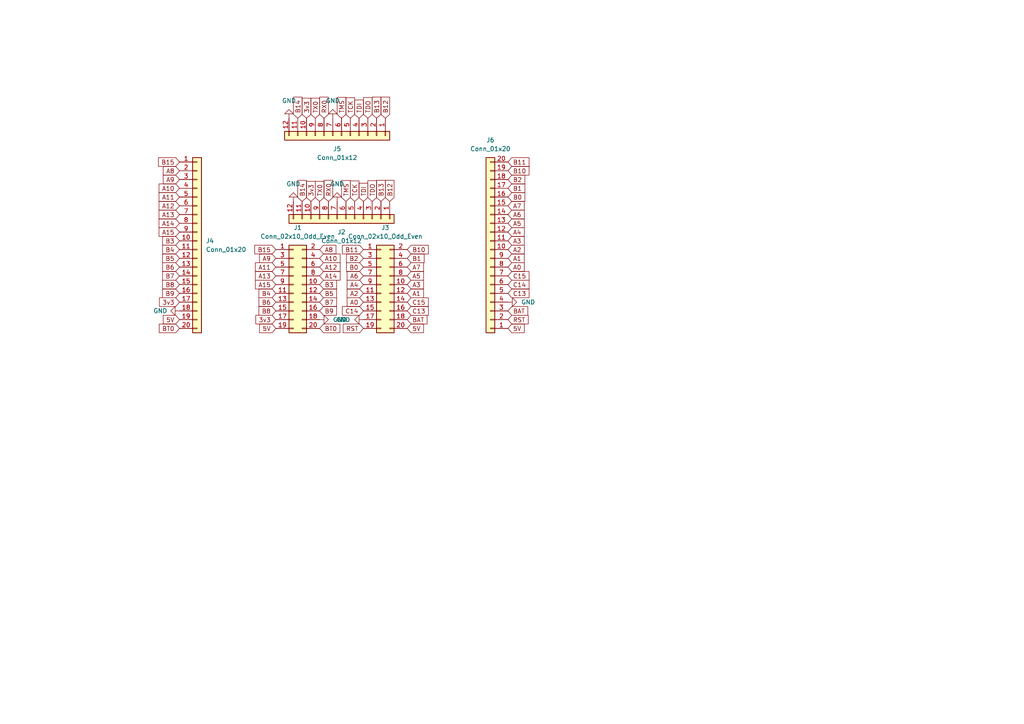
<source format=kicad_sch>
(kicad_sch (version 20211123) (generator eeschema)
  (paper "A4")
  (lib_symbols
    (symbol "Connector_Generic:Conn_01x12" (pin_names (offset 1.016) hide)
      (property "Reference" "J" (at 0 15.24 0))
      (property "Value" "Conn_01x12" (at 0 -17.78 0))
      (symbol "Conn_01x12_1_1"
        (rectangle (start -1.27 -15.113) (end 0 -15.367) (stroke (width 0.1524)))
        (rectangle (start -1.27 -12.573) (end 0 -12.827) (stroke (width 0.1524)))
        (rectangle (start -1.27 -10.033) (end 0 -10.287) (stroke (width 0.1524)))
        (rectangle (start -1.27 -7.493) (end 0 -7.747) (stroke (width 0.1524)))
        (rectangle (start -1.27 -4.953) (end 0 -5.207) (stroke (width 0.1524)))
        (rectangle (start -1.27 -2.413) (end 0 -2.667) (stroke (width 0.1524)))
        (rectangle (start -1.27 0.127) (end 0 -0.127) (stroke (width 0.1524)))
        (rectangle (start -1.27 2.667) (end 0 2.413) (stroke (width 0.1524)))
        (rectangle (start -1.27 5.207) (end 0 4.953) (stroke (width 0.1524)))
        (rectangle (start -1.27 7.747) (end 0 7.493) (stroke (width 0.1524)))
        (rectangle (start -1.27 10.287) (end 0 10.033) (stroke (width 0.1524)))
        (rectangle (start -1.27 12.827) (end 0 12.573) (stroke (width 0.1524)))
        (rectangle (start -1.27 13.97) (end 1.27 -16.51) (stroke (width 0.254)) (fill (type background)))
        (pin passive line (at -5.08 12.7 0) (length 3.81) (name "Pin_1") (number "1"))
        (pin passive line (at -5.08 -10.16 0) (length 3.81) (name "Pin_10") (number "10"))
        (pin passive line (at -5.08 -12.7 0) (length 3.81) (name "Pin_11") (number "11"))
        (pin passive line (at -5.08 -15.24 0) (length 3.81) (name "Pin_12") (number "12"))
        (pin passive line (at -5.08 10.16 0) (length 3.81) (name "Pin_2") (number "2"))
        (pin passive line (at -5.08 7.62 0) (length 3.81) (name "Pin_3") (number "3"))
        (pin passive line (at -5.08 5.08 0) (length 3.81) (name "Pin_4") (number "4"))
        (pin passive line (at -5.08 2.54 0) (length 3.81) (name "Pin_5") (number "5"))
        (pin passive line (at -5.08 0 0) (length 3.81) (name "Pin_6") (number "6"))
        (pin passive line (at -5.08 -2.54 0) (length 3.81) (name "Pin_7") (number "7"))
        (pin passive line (at -5.08 -5.08 0) (length 3.81) (name "Pin_8") (number "8"))
        (pin passive line (at -5.08 -7.62 0) (length 3.81) (name "Pin_9") (number "9"))
      )
    )
    (symbol "Connector_Generic:Conn_01x20" (pin_names (offset 1.016) hide)
      (property "Reference" "J" (at 0 25.4 0))
      (property "Value" "Conn_01x20" (at 0 -27.94 0))
      (symbol "Conn_01x20_1_1"
        (rectangle (start -1.27 -25.273) (end 0 -25.527) (stroke (width 0.1524)))
        (rectangle (start -1.27 -22.733) (end 0 -22.987) (stroke (width 0.1524)))
        (rectangle (start -1.27 -20.193) (end 0 -20.447) (stroke (width 0.1524)))
        (rectangle (start -1.27 -17.653) (end 0 -17.907) (stroke (width 0.1524)))
        (rectangle (start -1.27 -15.113) (end 0 -15.367) (stroke (width 0.1524)))
        (rectangle (start -1.27 -12.573) (end 0 -12.827) (stroke (width 0.1524)))
        (rectangle (start -1.27 -10.033) (end 0 -10.287) (stroke (width 0.1524)))
        (rectangle (start -1.27 -7.493) (end 0 -7.747) (stroke (width 0.1524)))
        (rectangle (start -1.27 -4.953) (end 0 -5.207) (stroke (width 0.1524)))
        (rectangle (start -1.27 -2.413) (end 0 -2.667) (stroke (width 0.1524)))
        (rectangle (start -1.27 0.127) (end 0 -0.127) (stroke (width 0.1524)))
        (rectangle (start -1.27 2.667) (end 0 2.413) (stroke (width 0.1524)))
        (rectangle (start -1.27 5.207) (end 0 4.953) (stroke (width 0.1524)))
        (rectangle (start -1.27 7.747) (end 0 7.493) (stroke (width 0.1524)))
        (rectangle (start -1.27 10.287) (end 0 10.033) (stroke (width 0.1524)))
        (rectangle (start -1.27 12.827) (end 0 12.573) (stroke (width 0.1524)))
        (rectangle (start -1.27 15.367) (end 0 15.113) (stroke (width 0.1524)))
        (rectangle (start -1.27 17.907) (end 0 17.653) (stroke (width 0.1524)))
        (rectangle (start -1.27 20.447) (end 0 20.193) (stroke (width 0.1524)))
        (rectangle (start -1.27 22.987) (end 0 22.733) (stroke (width 0.1524)))
        (rectangle (start -1.27 24.13) (end 1.27 -26.67) (stroke (width 0.254)) (fill (type background)))
        (pin passive line (at -5.08 22.86 0) (length 3.81) (name "Pin_1") (number "1"))
        (pin passive line (at -5.08 0 0) (length 3.81) (name "Pin_10") (number "10"))
        (pin passive line (at -5.08 -2.54 0) (length 3.81) (name "Pin_11") (number "11"))
        (pin passive line (at -5.08 -5.08 0) (length 3.81) (name "Pin_12") (number "12"))
        (pin passive line (at -5.08 -7.62 0) (length 3.81) (name "Pin_13") (number "13"))
        (pin passive line (at -5.08 -10.16 0) (length 3.81) (name "Pin_14") (number "14"))
        (pin passive line (at -5.08 -12.7 0) (length 3.81) (name "Pin_15") (number "15"))
        (pin passive line (at -5.08 -15.24 0) (length 3.81) (name "Pin_16") (number "16"))
        (pin passive line (at -5.08 -17.78 0) (length 3.81) (name "Pin_17") (number "17"))
        (pin passive line (at -5.08 -20.32 0) (length 3.81) (name "Pin_18") (number "18"))
        (pin passive line (at -5.08 -22.86 0) (length 3.81) (name "Pin_19") (number "19"))
        (pin passive line (at -5.08 20.32 0) (length 3.81) (name "Pin_2") (number "2"))
        (pin passive line (at -5.08 -25.4 0) (length 3.81) (name "Pin_20") (number "20"))
        (pin passive line (at -5.08 17.78 0) (length 3.81) (name "Pin_3") (number "3"))
        (pin passive line (at -5.08 15.24 0) (length 3.81) (name "Pin_4") (number "4"))
        (pin passive line (at -5.08 12.7 0) (length 3.81) (name "Pin_5") (number "5"))
        (pin passive line (at -5.08 10.16 0) (length 3.81) (name "Pin_6") (number "6"))
        (pin passive line (at -5.08 7.62 0) (length 3.81) (name "Pin_7") (number "7"))
        (pin passive line (at -5.08 5.08 0) (length 3.81) (name "Pin_8") (number "8"))
        (pin passive line (at -5.08 2.54 0) (length 3.81) (name "Pin_9") (number "9"))
      )
    )
    (symbol "Connector_Generic:Conn_02x10_Odd_Even" (pin_names (offset 1.016) hide)
      (property "Reference" "J" (at 1.27 12.7 0))
      (property "Value" "Conn_02x10_Odd_Even" (at 1.27 -15.24 0))
      (symbol "Conn_02x10_Odd_Even_1_1"
        (rectangle (start -1.27 -12.573) (end 0 -12.827) (stroke (width 0.1524)))
        (rectangle (start -1.27 -10.033) (end 0 -10.287) (stroke (width 0.1524)))
        (rectangle (start -1.27 -7.493) (end 0 -7.747) (stroke (width 0.1524)))
        (rectangle (start -1.27 -4.953) (end 0 -5.207) (stroke (width 0.1524)))
        (rectangle (start -1.27 -2.413) (end 0 -2.667) (stroke (width 0.1524)))
        (rectangle (start -1.27 0.127) (end 0 -0.127) (stroke (width 0.1524)))
        (rectangle (start -1.27 2.667) (end 0 2.413) (stroke (width 0.1524)))
        (rectangle (start -1.27 5.207) (end 0 4.953) (stroke (width 0.1524)))
        (rectangle (start -1.27 7.747) (end 0 7.493) (stroke (width 0.1524)))
        (rectangle (start -1.27 10.287) (end 0 10.033) (stroke (width 0.1524)))
        (rectangle (start -1.27 11.43) (end 3.81 -13.97) (stroke (width 0.254)) (fill (type background)))
        (rectangle (start 3.81 -12.573) (end 2.54 -12.827) (stroke (width 0.1524)))
        (rectangle (start 3.81 -10.033) (end 2.54 -10.287) (stroke (width 0.1524)))
        (rectangle (start 3.81 -7.493) (end 2.54 -7.747) (stroke (width 0.1524)))
        (rectangle (start 3.81 -4.953) (end 2.54 -5.207) (stroke (width 0.1524)))
        (rectangle (start 3.81 -2.413) (end 2.54 -2.667) (stroke (width 0.1524)))
        (rectangle (start 3.81 0.127) (end 2.54 -0.127) (stroke (width 0.1524)))
        (rectangle (start 3.81 2.667) (end 2.54 2.413) (stroke (width 0.1524)))
        (rectangle (start 3.81 5.207) (end 2.54 4.953) (stroke (width 0.1524)))
        (rectangle (start 3.81 7.747) (end 2.54 7.493) (stroke (width 0.1524)))
        (rectangle (start 3.81 10.287) (end 2.54 10.033) (stroke (width 0.1524)))
        (pin passive line (at -5.08 10.16 0) (length 3.81) (name "Pin_1") (number "1"))
        (pin passive line (at 7.62 0 180) (length 3.81) (name "Pin_10") (number "10"))
        (pin passive line (at -5.08 -2.54 0) (length 3.81) (name "Pin_11") (number "11"))
        (pin passive line (at 7.62 -2.54 180) (length 3.81) (name "Pin_12") (number "12"))
        (pin passive line (at -5.08 -5.08 0) (length 3.81) (name "Pin_13") (number "13"))
        (pin passive line (at 7.62 -5.08 180) (length 3.81) (name "Pin_14") (number "14"))
        (pin passive line (at -5.08 -7.62 0) (length 3.81) (name "Pin_15") (number "15"))
        (pin passive line (at 7.62 -7.62 180) (length 3.81) (name "Pin_16") (number "16"))
        (pin passive line (at -5.08 -10.16 0) (length 3.81) (name "Pin_17") (number "17"))
        (pin passive line (at 7.62 -10.16 180) (length 3.81) (name "Pin_18") (number "18"))
        (pin passive line (at -5.08 -12.7 0) (length 3.81) (name "Pin_19") (number "19"))
        (pin passive line (at 7.62 10.16 180) (length 3.81) (name "Pin_2") (number "2"))
        (pin passive line (at 7.62 -12.7 180) (length 3.81) (name "Pin_20") (number "20"))
        (pin passive line (at -5.08 7.62 0) (length 3.81) (name "Pin_3") (number "3"))
        (pin passive line (at 7.62 7.62 180) (length 3.81) (name "Pin_4") (number "4"))
        (pin passive line (at -5.08 5.08 0) (length 3.81) (name "Pin_5") (number "5"))
        (pin passive line (at 7.62 5.08 180) (length 3.81) (name "Pin_6") (number "6"))
        (pin passive line (at -5.08 2.54 0) (length 3.81) (name "Pin_7") (number "7"))
        (pin passive line (at 7.62 2.54 180) (length 3.81) (name "Pin_8") (number "8"))
        (pin passive line (at -5.08 0 0) (length 3.81) (name "Pin_9") (number "9"))
      )
    )
    (symbol "power:GND" (power) (pin_names (offset 0))
      (property "Value" "GND" (at 0 -3.81 0))
      (symbol "GND_0_1"
        (polyline (pts (xy 0 0) (xy 0 -1.27) (xy 1.27 -1.27) (xy 0 -2.54) (xy -1.27 -1.27) (xy 0 -1.27)))
      )
      (symbol "GND_1_1"
        (pin power_in line (at 0 0 270) (length 0) hide (name "GND") (number "1"))
      )
    )
  )
  (global_label "A9" (shape input) (at 80.01 74.93 180) (property "Intersheet References" "${INTERSHEET_REFS}" (effects hide)))
  (global_label "B9" (shape input) (at 92.71 90.17 0) (property "Intersheet References" "${INTERSHEET_REFS}" (effects hide)))
  (global_label "A1" (shape input) (at 118.11 85.09 0) (property "Intersheet References" "${INTERSHEET_REFS}" (effects hide)))
  (global_label "B6" (shape input) (at 80.01 87.63 180) (property "Intersheet References" "${INTERSHEET_REFS}" (effects hide)))
  (global_label "A1" (shape input) (at 147.32 74.93 0) (property "Intersheet References" "${INTERSHEET_REFS}" (effects hide)))
  (global_label "TX0" (shape input) (at 92.71 58.42 90) (property "Intersheet References" "${INTERSHEET_REFS}" (effects hide)))
  (global_label "A13" (shape input) (at 80.01 80.01 180) (property "Intersheet References" "${INTERSHEET_REFS}" (effects hide)))
  (global_label "TCK" (shape input) (at 101.6 34.29 90) (property "Intersheet References" "${INTERSHEET_REFS}" (effects hide)))
  (global_label "5V" (shape input) (at 118.11 95.25 0) (property "Intersheet References" "${INTERSHEET_REFS}" (effects hide)))
  (global_label "TDI" (shape input) (at 105.41 58.42 90) (property "Intersheet References" "${INTERSHEET_REFS}" (effects hide)))
  (global_label "C14" (shape input) (at 105.41 90.17 180) (property "Intersheet References" "${INTERSHEET_REFS}" (effects hide)))
  (global_label "RST" (shape input) (at 147.32 92.71 0) (property "Intersheet References" "${INTERSHEET_REFS}" (effects hide)))
  (global_label "B8" (shape input) (at 52.07 82.55 180) (property "Intersheet References" "${INTERSHEET_REFS}" (effects hide)))
  (global_label "3v3" (shape input) (at 88.9 34.29 90) (property "Intersheet References" "${INTERSHEET_REFS}" (effects hide)))
  (global_label "B7" (shape input) (at 92.71 87.63 0) (property "Intersheet References" "${INTERSHEET_REFS}" (effects hide)))
  (global_label "C15" (shape input) (at 118.11 87.63 0) (property "Intersheet References" "${INTERSHEET_REFS}" (effects hide)))
  (global_label "B15" (shape input) (at 80.01 72.39 180) (property "Intersheet References" "${INTERSHEET_REFS}" (effects hide)))
  (global_label "B0" (shape input) (at 105.41 77.47 180) (property "Intersheet References" "${INTERSHEET_REFS}" (effects hide)))
  (global_label "3v3" (shape input) (at 80.01 92.71 180) (property "Intersheet References" "${INTERSHEET_REFS}" (effects hide)))
  (global_label "B1" (shape input) (at 147.32 54.61 0) (property "Intersheet References" "${INTERSHEET_REFS}" (effects hide)))
  (global_label "A14" (shape input) (at 92.71 80.01 0) (property "Intersheet References" "${INTERSHEET_REFS}" (effects hide)))
  (global_label "B2" (shape input) (at 105.41 74.93 180) (property "Intersheet References" "${INTERSHEET_REFS}" (effects hide)))
  (global_label "A0" (shape input) (at 105.41 87.63 180) (property "Intersheet References" "${INTERSHEET_REFS}" (effects hide)))
  (global_label "B13" (shape input) (at 109.22 34.29 90) (property "Intersheet References" "${INTERSHEET_REFS}" (effects hide)))
  (global_label "A7" (shape input) (at 118.11 77.47 0) (property "Intersheet References" "${INTERSHEET_REFS}" (effects hide)))
  (global_label "BAT" (shape input) (at 147.32 90.17 0) (property "Intersheet References" "${INTERSHEET_REFS}" (effects hide)))
  (global_label "A15" (shape input) (at 52.07 67.31 180) (property "Intersheet References" "${INTERSHEET_REFS}" (effects hide)))
  (global_label "A5" (shape input) (at 118.11 80.01 0) (property "Intersheet References" "${INTERSHEET_REFS}" (effects hide)))
  (global_label "BT0" (shape input) (at 92.71 95.25 0) (property "Intersheet References" "${INTERSHEET_REFS}" (effects hide)))
  (global_label "A2" (shape input) (at 105.41 85.09 180) (property "Intersheet References" "${INTERSHEET_REFS}" (effects hide)))
  (global_label "C14" (shape input) (at 147.32 82.55 0) (property "Intersheet References" "${INTERSHEET_REFS}" (effects hide)))
  (global_label "C13" (shape input) (at 118.11 90.17 0) (property "Intersheet References" "${INTERSHEET_REFS}" (effects hide)))
  (global_label "A7" (shape input) (at 147.32 59.69 0) (property "Intersheet References" "${INTERSHEET_REFS}" (effects hide)))
  (global_label "A12" (shape input) (at 92.71 77.47 0) (property "Intersheet References" "${INTERSHEET_REFS}" (effects hide)))
  (global_label "C13" (shape input) (at 147.32 85.09 0) (property "Intersheet References" "${INTERSHEET_REFS}" (effects hide)))
  (global_label "B12" (shape input) (at 113.03 58.42 90) (property "Intersheet References" "${INTERSHEET_REFS}" (effects hide)))
  (global_label "TMS" (shape input) (at 99.06 34.29 90) (property "Intersheet References" "${INTERSHEET_REFS}" (effects hide)))
  (global_label "TX0" (shape input) (at 91.44 34.29 90) (property "Intersheet References" "${INTERSHEET_REFS}" (effects hide)))
  (global_label "B14" (shape input) (at 87.63 58.42 90) (property "Intersheet References" "${INTERSHEET_REFS}" (effects hide)))
  (global_label "B14" (shape input) (at 86.36 34.29 90) (property "Intersheet References" "${INTERSHEET_REFS}" (effects hide)))
  (global_label "A0" (shape input) (at 147.32 77.47 0) (property "Intersheet References" "${INTERSHEET_REFS}" (effects hide)))
  (global_label "3v3" (shape input) (at 52.07 87.63 180) (property "Intersheet References" "${INTERSHEET_REFS}" (effects hide)))
  (global_label "B0" (shape input) (at 147.32 57.15 0) (property "Intersheet References" "${INTERSHEET_REFS}" (effects hide)))
  (global_label "A14" (shape input) (at 52.07 64.77 180) (property "Intersheet References" "${INTERSHEET_REFS}" (effects hide)))
  (global_label "3v3" (shape input) (at 90.17 58.42 90) (property "Intersheet References" "${INTERSHEET_REFS}" (effects hide)))
  (global_label "A6" (shape input) (at 147.32 62.23 0) (property "Intersheet References" "${INTERSHEET_REFS}" (effects hide)))
  (global_label "5V" (shape input) (at 52.07 92.71 180) (property "Intersheet References" "${INTERSHEET_REFS}" (effects hide)))
  (global_label "A3" (shape input) (at 118.11 82.55 0) (property "Intersheet References" "${INTERSHEET_REFS}" (effects hide)))
  (global_label "RX0" (shape input) (at 93.98 34.29 90) (property "Intersheet References" "${INTERSHEET_REFS}" (effects hide)))
  (global_label "BAT" (shape input) (at 118.11 92.71 0) (property "Intersheet References" "${INTERSHEET_REFS}" (effects hide)))
  (global_label "B2" (shape input) (at 147.32 52.07 0) (property "Intersheet References" "${INTERSHEET_REFS}" (effects hide)))
  (global_label "A8" (shape input) (at 92.71 72.39 0) (property "Intersheet References" "${INTERSHEET_REFS}" (effects hide)))
  (global_label "C15" (shape input) (at 147.32 80.01 0) (property "Intersheet References" "${INTERSHEET_REFS}" (effects hide)))
  (global_label "B13" (shape input) (at 110.49 58.42 90) (property "Intersheet References" "${INTERSHEET_REFS}" (effects hide)))
  (global_label "B1" (shape input) (at 118.11 74.93 0) (property "Intersheet References" "${INTERSHEET_REFS}" (effects hide)))
  (global_label "B12" (shape input) (at 111.76 34.29 90) (property "Intersheet References" "${INTERSHEET_REFS}" (effects hide)))
  (global_label "A11" (shape input) (at 52.07 57.15 180) (property "Intersheet References" "${INTERSHEET_REFS}" (effects hide)))
  (global_label "5V" (shape input) (at 147.32 95.25 0) (property "Intersheet References" "${INTERSHEET_REFS}" (effects hide)))
  (global_label "A10" (shape input) (at 52.07 54.61 180) (property "Intersheet References" "${INTERSHEET_REFS}" (effects hide)))
  (global_label "RST" (shape input) (at 105.41 95.25 180) (property "Intersheet References" "${INTERSHEET_REFS}" (effects hide)))
  (global_label "B10" (shape input) (at 147.32 49.53 0) (property "Intersheet References" "${INTERSHEET_REFS}" (effects hide)))
  (global_label "A13" (shape input) (at 52.07 62.23 180) (property "Intersheet References" "${INTERSHEET_REFS}" (effects hide)))
  (global_label "B4" (shape input) (at 52.07 72.39 180) (property "Intersheet References" "${INTERSHEET_REFS}" (effects hide)))
  (global_label "A4" (shape input) (at 147.32 67.31 0) (property "Intersheet References" "${INTERSHEET_REFS}" (effects hide)))
  (global_label "RX0" (shape input) (at 95.25 58.42 90) (property "Intersheet References" "${INTERSHEET_REFS}" (effects hide)))
  (global_label "B4" (shape input) (at 80.01 85.09 180) (property "Intersheet References" "${INTERSHEET_REFS}" (effects hide)))
  (global_label "A9" (shape input) (at 52.07 52.07 180) (property "Intersheet References" "${INTERSHEET_REFS}" (effects hide)))
  (global_label "TDO" (shape input) (at 107.95 58.42 90) (property "Intersheet References" "${INTERSHEET_REFS}" (effects hide)))
  (global_label "TCK" (shape input) (at 102.87 58.42 90) (property "Intersheet References" "${INTERSHEET_REFS}" (effects hide)))
  (global_label "B9" (shape input) (at 52.07 85.09 180) (property "Intersheet References" "${INTERSHEET_REFS}" (effects hide)))
  (global_label "B5" (shape input) (at 52.07 74.93 180) (property "Intersheet References" "${INTERSHEET_REFS}" (effects hide)))
  (global_label "A8" (shape input) (at 52.07 49.53 180) (property "Intersheet References" "${INTERSHEET_REFS}" (effects hide)))
  (global_label "B8" (shape input) (at 80.01 90.17 180) (property "Intersheet References" "${INTERSHEET_REFS}" (effects hide)))
  (global_label "A4" (shape input) (at 105.41 82.55 180) (property "Intersheet References" "${INTERSHEET_REFS}" (effects hide)))
  (global_label "BT0" (shape input) (at 52.07 95.25 180) (property "Intersheet References" "${INTERSHEET_REFS}" (effects hide)))
  (global_label "TMS" (shape input) (at 100.33 58.42 90) (property "Intersheet References" "${INTERSHEET_REFS}" (effects hide)))
  (global_label "A10" (shape input) (at 92.71 74.93 0) (property "Intersheet References" "${INTERSHEET_REFS}" (effects hide)))
  (global_label "TDI" (shape input) (at 104.14 34.29 90) (property "Intersheet References" "${INTERSHEET_REFS}" (effects hide)))
  (global_label "B11" (shape input) (at 147.32 46.99 0) (property "Intersheet References" "${INTERSHEET_REFS}" (effects hide)))
  (global_label "A12" (shape input) (at 52.07 59.69 180) (property "Intersheet References" "${INTERSHEET_REFS}" (effects hide)))
  (global_label "B11" (shape input) (at 105.41 72.39 180) (property "Intersheet References" "${INTERSHEET_REFS}" (effects hide)))
  (global_label "A2" (shape input) (at 147.32 72.39 0) (property "Intersheet References" "${INTERSHEET_REFS}" (effects hide)))
  (global_label "B3" (shape input) (at 92.71 82.55 0) (property "Intersheet References" "${INTERSHEET_REFS}" (effects hide)))
  (global_label "A6" (shape input) (at 105.41 80.01 180) (property "Intersheet References" "${INTERSHEET_REFS}" (effects hide)))
  (global_label "A11" (shape input) (at 80.01 77.47 180) (property "Intersheet References" "${INTERSHEET_REFS}" (effects hide)))
  (global_label "A15" (shape input) (at 80.01 82.55 180) (property "Intersheet References" "${INTERSHEET_REFS}" (effects hide)))
  (global_label "B10" (shape input) (at 118.11 72.39 0) (property "Intersheet References" "${INTERSHEET_REFS}" (effects hide)))
  (global_label "B5" (shape input) (at 92.71 85.09 0) (property "Intersheet References" "${INTERSHEET_REFS}" (effects hide)))
  (global_label "A3" (shape input) (at 147.32 69.85 0) (property "Intersheet References" "${INTERSHEET_REFS}" (effects hide)))
  (global_label "B6" (shape input) (at 52.07 77.47 180) (property "Intersheet References" "${INTERSHEET_REFS}" (effects hide)))
  (global_label "B15" (shape input) (at 52.07 46.99 180) (property "Intersheet References" "${INTERSHEET_REFS}" (effects hide)))
  (global_label "A5" (shape input) (at 147.32 64.77 0) (property "Intersheet References" "${INTERSHEET_REFS}" (effects hide)))
  (global_label "5V" (shape input) (at 80.01 95.25 180) (property "Intersheet References" "${INTERSHEET_REFS}" (effects hide)))
  (global_label "B7" (shape input) (at 52.07 80.01 180) (property "Intersheet References" "${INTERSHEET_REFS}" (effects hide)))
  (global_label "TDO" (shape input) (at 106.68 34.29 90) (property "Intersheet References" "${INTERSHEET_REFS}" (effects hide)))
  (global_label "B3" (shape input) (at 52.07 69.85 180) (property "Intersheet References" "${INTERSHEET_REFS}" (effects hide)))
  (symbol (lib_id "power:GND") (at 85.09 58.42 180) (unit 1)
    (property "Reference" "#PWR0101" (effects hide))
    (property "Value" "GND" (at 85.09 53.34 0))
  )
  (symbol (lib_id "power:GND") (at 97.79 58.42 180) (unit 1)
    (property "Reference" "#PWR0102" (effects hide))
    (property "Value" "GND" (at 97.79 53.34 0))
  )
  (symbol (lib_id "power:GND") (at 96.52 34.29 180) (unit 1)
    (property "Reference" "#PWR0106" (effects hide))
    (property "Value" "GND" (at 96.52 29.21 0))
  )
  (symbol (lib_id "Connector_Generic:Conn_02x10_Odd_Even") (at 110.49 82.55 0) (unit 1)
    (property "Reference" "J3" (at 111.76 66.04 0))
    (property "Value" "Conn_02x10_Odd_Even" (at 111.76 68.58 0))
    (property "Footprint" "Connector_PinHeader_2.54mm:PinHeader_2x10_P2.54mm_Vertical" (effects hide))
  )
  (symbol (lib_id "Connector_Generic:Conn_01x12") (at 99.06 39.37 270) (unit 1)
    (property "Reference" "J5" (at 97.79 43.18 90))
    (property "Value" "Conn_01x12" (at 97.79 45.72 90))
    (property "Footprint" "Connector_PinHeader_2.54mm:PinHeader_1x12_P2.54mm_Vertical" (effects hide))
  )
  (symbol (lib_id "power:GND") (at 105.41 92.71 270) (unit 1)
    (property "Reference" "#PWR0104" (effects hide))
    (property "Value" "GND" (at 101.6 92.7099 90) (effects (justify right)))
  )
  (symbol (lib_id "power:GND") (at 147.32 87.63 90) (unit 1)
    (property "Reference" "#PWR0108" (effects hide))
    (property "Value" "GND" (at 151.13 87.6299 90) (effects (justify right)))
  )
  (symbol (lib_id "power:GND") (at 83.82 34.29 180) (unit 1)
    (property "Reference" "#PWR0105" (effects hide))
    (property "Value" "GND" (at 83.82 29.21 0))
  )
  (symbol (lib_id "Connector_Generic:Conn_01x12") (at 100.33 63.5 270) (unit 1)
    (property "Reference" "J2" (at 99.06 67.31 90))
    (property "Value" "Conn_01x12" (at 99.06 69.85 90))
    (property "Footprint" "Connector_PinHeader_2.54mm:PinHeader_1x12_P2.54mm_Vertical" (effects hide))
  )
  (symbol (lib_id "Connector_Generic:Conn_01x20") (at 57.15 69.85 0) (unit 1)
    (property "Reference" "J4" (at 59.69 69.8499 0) (effects (justify left)))
    (property "Value" "Conn_01x20" (at 59.69 72.3899 0) (effects (justify left)))
    (property "Footprint" "Connector_PinHeader_2.54mm:PinHeader_1x20_P2.54mm_Vertical" (effects hide))
  )
  (symbol (lib_id "Connector_Generic:Conn_02x10_Odd_Even") (at 85.09 82.55 0) (unit 1)
    (property "Reference" "J1" (at 86.36 66.04 0))
    (property "Value" "Conn_02x10_Odd_Even" (at 86.36 68.58 0))
    (property "Footprint" "Connector_PinHeader_2.54mm:PinHeader_2x10_P2.54mm_Vertical" (effects hide))
  )
  (symbol (lib_id "Connector_Generic:Conn_01x20") (at 142.24 72.39 180) (unit 1)
    (property "Reference" "J6" (at 142.24 40.64 0))
    (property "Value" "Conn_01x20" (at 142.24 43.18 0))
    (property "Footprint" "Connector_PinHeader_2.54mm:PinHeader_1x20_P2.54mm_Vertical" (effects hide))
  )
  (symbol (lib_id "power:GND") (at 52.07 90.17 270) (unit 1)
    (property "Reference" "#PWR0107" (effects hide))
    (property "Value" "GND" (at 44.45 90.17 90) (effects (justify left)))
  )
  (symbol (lib_id "power:GND") (at 92.71 92.71 90) (unit 1)
    (property "Reference" "#PWR0103" (effects hide))
    (property "Value" "GND" (at 96.52 92.7099 90) (effects (justify right)))
  )
)
</source>
